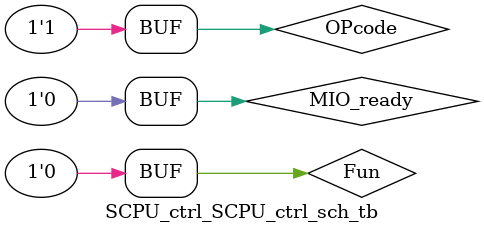
<source format=v>

`timescale 1ns / 1ps

module SCPU_ctrl_SCPU_ctrl_sch_tb();

// Inputs

// Output

// Bidirs

// Instantiate the UUT
   SCPU_ctrl UUT (
		
   );
// Initialize Inputs
       initial begin
// Initialize Inputs
OPcode = 0;
Fun = 0;
MIO_ready = 0;
#40;
// Wait 40 ns for global reset to finish¡£ÒÔÉÏÊÇ²âÊÔÄ£°å´úÂë¡£
//Add stimulus here
// ¼ì²éÊä³öÐÅºÅºÍ¹Ø¼üÐÅºÅÊä³öÊÇ·ñÂú×ãÕæÖµ±í
OPcode = 0; //ALU Ö¸Áî£¬¼ì²é ALUop=2'b10; RegDst=1; RegWrite=1
Fun = 6'b100000; //add, ¼ì²é ALU_Control=3'b010
#20;
Fun = 6'b100010; //sub, ¼ì²é ALU_Control=3'b110
#20;
Fun = 6'b100100; //and, ¼ì²é ALU_Control=3'b000
#20;
Fun = 6'b100101; //or, ¼ì²é ALU_Control=3'b001
#20;
Fun = 6'b101010; //slt, ¼ì²é ALU_Control=3'b111
#20;
Fun = 6'b100111; //nor, ¼ì²é ALU_Control=3'b100
#20;
Fun = 6'b000010; //srl, ¼ì²é ALU_Control=3'b101
#20;
Fun = 6'b010110; //xor, ¼ì²é ALU_Control=3'b011
#20;
Fun = 6'b111111; // ¼ä¸ô
#1;
OPcode = 6'b100011;//load Ö¸Áî£¬¼ì²é ALUop=2'b00, RegDst=0,
#20; // ALUSrc_B=1, MemtoReg=1, RegWrite=1
OPcode = 6'b101011;
#20; //store Ö¸Áî£¬¼ì²é ALUop=2'b00, mem_w=1, ALUSrc_B=1
OPcode = 6'b000100;//beq Ö¸Áî£¬¼ì²é ALUop=2'b01, Branch=1
#20;
OPcode = 6'b000010; //jump Ö¸Áî£¬¼ì²é Jump=1
#20;
OPcode = 6'h24; //slti Ö¸Áî£¬¼ì²é ALUop=2'b11, RegDst=0,
#20; //ALUSrc_B=1, RegWrite=1
OPcode = 6'h3f; // ¼ä¸ô
Fun = 6'b000000; // ¼ä¸ô
end
endmodule

</source>
